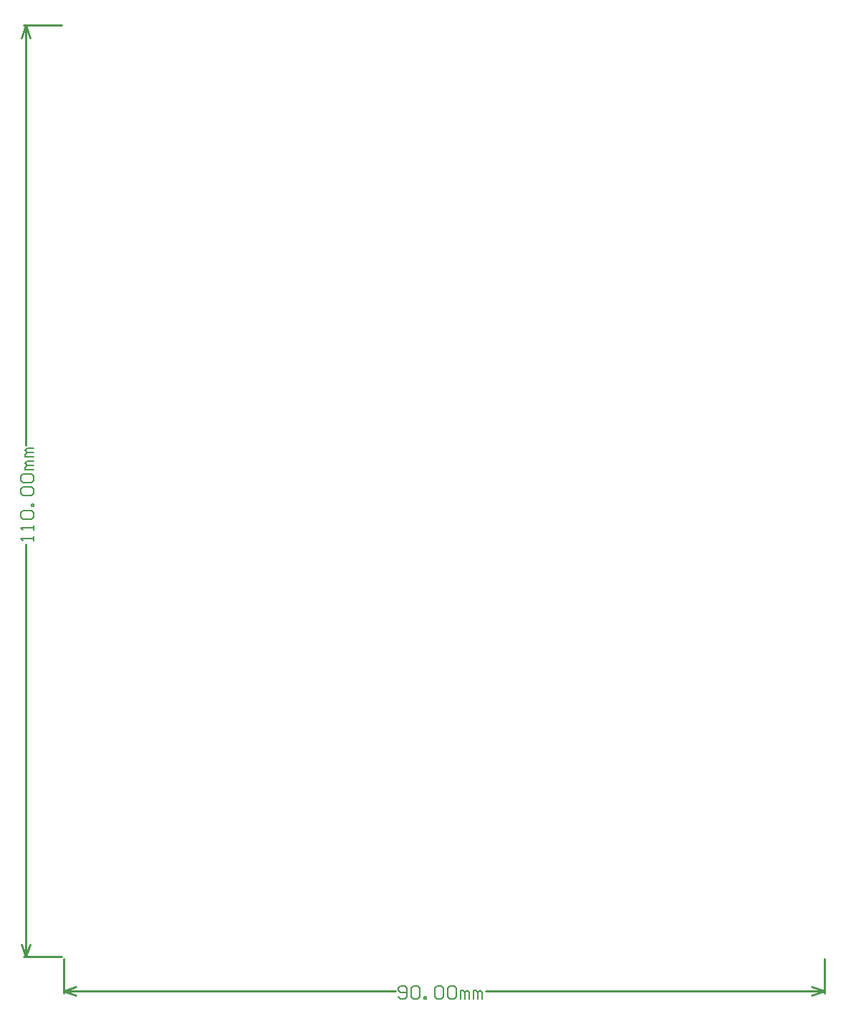
<source format=gbr>
%FSTAX23Y23*%
%MOIN*%
%SFA1B1*%

%IPPOS*%
%ADD54C,0.010000*%
%ADD55C,0.006000*%
%LNpcb.psu.dcdc.001.a1_mechanical_5-1*%
%LPD*%
G54D54*
X-00185Y0433D02*
X-0001D01*
X-00185Y0D02*
X-0001D01*
X-00175Y02379D02*
Y0433D01*
Y0D02*
Y01918D01*
X-00195Y0427D02*
X-00175Y0433D01*
X-00155Y0427*
X-00175Y0D02*
X-00155Y00059D01*
X-00195D02*
X-00175Y0D01*
X03542Y-0017D02*
Y-0001D01*
X0Y-0017D02*
Y-0001D01*
X01965Y-0016D02*
X03542D01*
X0D02*
X01543D01*
X03482Y-0014D02*
X03542Y-0016D01*
X03482Y-0018D02*
X03542Y-0016D01*
X0D02*
X00059Y-0018D01*
X0Y-0016D02*
X00059Y-0014D01*
G54D55*
X-00139Y01934D02*
Y01954D01*
Y01944*
X-00199*
X-00189Y01934*
X-00139Y01984D02*
Y02004D01*
Y01994*
X-00199*
X-00189Y01984*
Y02033D02*
X-00199Y02043D01*
Y02063*
X-00189Y02073*
X-00149*
X-00139Y02063*
Y02043*
X-00149Y02033*
X-00189*
X-00139Y02093D02*
X-00149D01*
Y02103*
X-00139*
Y02093*
X-00189Y02143D02*
X-00199Y02153D01*
Y02173*
X-00189Y02183*
X-00149*
X-00139Y02173*
Y02153*
X-00149Y02143*
X-00189*
Y02203D02*
X-00199Y02213D01*
Y02233*
X-00189Y02243*
X-00149*
X-00139Y02233*
Y02213*
X-00149Y02203*
X-00189*
X-00139Y02263D02*
X-00179D01*
Y02273*
X-00169Y02283*
X-00139*
X-00169*
X-00179Y02293*
X-00169Y02303*
X-00139*
Y02323D02*
X-00179D01*
Y02333*
X-00169Y02343*
X-00139*
X-00169*
X-00179Y02353*
X-00169Y02363*
X-00139*
X01559Y-00186D02*
X01569Y-00196D01*
X01589*
X01599Y-00186*
Y-00146*
X01589Y-00136*
X01569*
X01559Y-00146*
Y-00156*
X01569Y-00166*
X01599*
X01619Y-00146D02*
X01629Y-00136D01*
X01649*
X01659Y-00146*
Y-00186*
X01649Y-00196*
X01629*
X01619Y-00186*
Y-00146*
X01679Y-00196D02*
Y-00186D01*
X01689*
Y-00196*
X01679*
X01729Y-00146D02*
X01739Y-00136D01*
X01759*
X01769Y-00146*
Y-00186*
X01759Y-00196*
X01739*
X01729Y-00186*
Y-00146*
X01789D02*
X01799Y-00136D01*
X01819*
X01829Y-00146*
Y-00186*
X01819Y-00196*
X01799*
X01789Y-00186*
Y-00146*
X01849Y-00196D02*
Y-00156D01*
X01859*
X01869Y-00166*
Y-00196*
Y-00166*
X01879Y-00156*
X01889Y-00166*
Y-00196*
X01909D02*
Y-00156D01*
X01919*
X01929Y-00166*
Y-00196*
Y-00166*
X01939Y-00156*
X01949Y-00166*
Y-00196*
M02*
</source>
